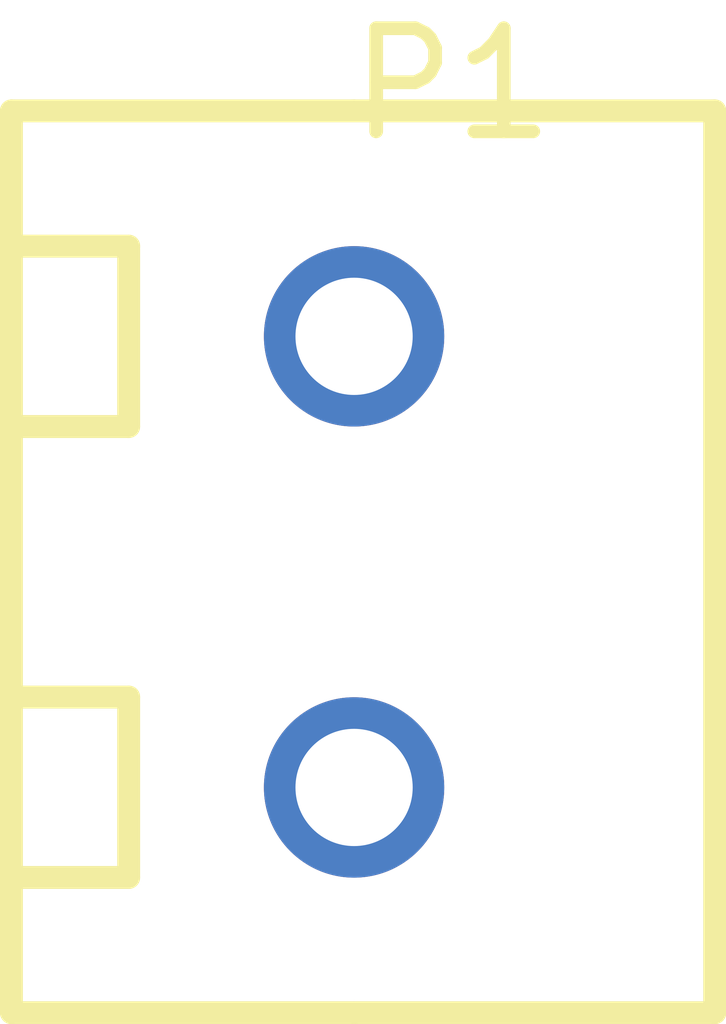
<source format=kicad_pcb>
(kicad_pcb (version 20171130) (host pcbnew "(5.1.5)-3") (page "A4") (layers (0 "F.Cu" signal) (31 "B.Cu" signal) (32 "B.Adhes" user) (33 "F.Adhes" user) (34 "B.Paste" user) (35 "F.Paste" user) (36 "B.SilkS" user) (37 "F.SilkS" user) (38 "B.Mask" user) (39 "F.Mask" user) (40 "Dwgs.User" user) (41 "Cmts.User" user) (42 "Eco1.User" user) (43 "Eco2.User" user) (44 "Edge.Cuts" user) (45 "Margin" user) (46 "B.CrtYd" user) (47 "F.CrtYd" user) (48 "B.Fab" user hide) (49 "F.Fab" user hide)) (net 0 "") (module "easyeda:CONN-TH_WJ126V-5.0-2P" (layer "F.Cu") (at 12.7 12.7) (fp_text value "CONN-TH_WJ126V-5.0-2P" (at -0.127 -7.073 0) (layer "F.Fab") hide (effects (font (size 1.143 1.143) (thickness 0.152)) (justify left))) (fp_text reference "P1" (at -0.127 -5.295 0) (layer "F.SilkS") (effects (font (size 1.143 1.143) (thickness 0.152)) (justify left))) (fp_line (start 4 4.999) (end 0 4.999) (width 0.254) (layer "F.SilkS")) (fp_line (start 0 4.999) (end -3.8 4.999) (width 0.254) (layer "F.SilkS")) (fp_line (start -3.8 4.999) (end -3.8 -5.001) (width 0.254) (layer "F.SilkS")) (fp_line (start -3.8 -5.001) (end 0 -5.001) (width 0.254) (layer "F.SilkS")) (fp_line (start 0 -5.001) (end 4 -5.001) (width 0.254) (layer "F.SilkS")) (fp_line (start 4 -5.001) (end 4 4.999) (width 0.254) (layer "F.SilkS")) (fp_line (start -3.8 -3.501) (end -2.5 -3.501) (width 0.254) (layer "F.SilkS")) (fp_line (start -2.5 -3.501) (end -2.5 -1.501) (width 0.254) (layer "F.SilkS")) (fp_line (start -2.5 -1.501) (end -3.8 -1.501) (width 0.254) (layer "F.SilkS")) (fp_line (start -3.8 1.499) (end -2.5 1.499) (width 0.254) (layer "F.SilkS")) (fp_line (start -2.5 1.499) (end -2.5 3.499) (width 0.254) (layer "F.SilkS")) (fp_line (start -2.5 3.499) (end -3.8 3.499) (width 0.254) (layer "F.SilkS")) (pad 1 thru_hole circle (at 0 -2.501 -90) (size 2 2) (layers "*.Cu" "*.Paste" "*.Mask") (drill 1.3)) (pad 2 thru_hole circle (at 0 2.501 -90) (size 2 2) (layers "*.Cu" "*.Paste" "*.Mask") (drill 1.3)) (fp_text user gge85 (at 0 0) (layer "Cmts.User") (effects (font (size 1 1) (thickness 0.15))))))
</source>
